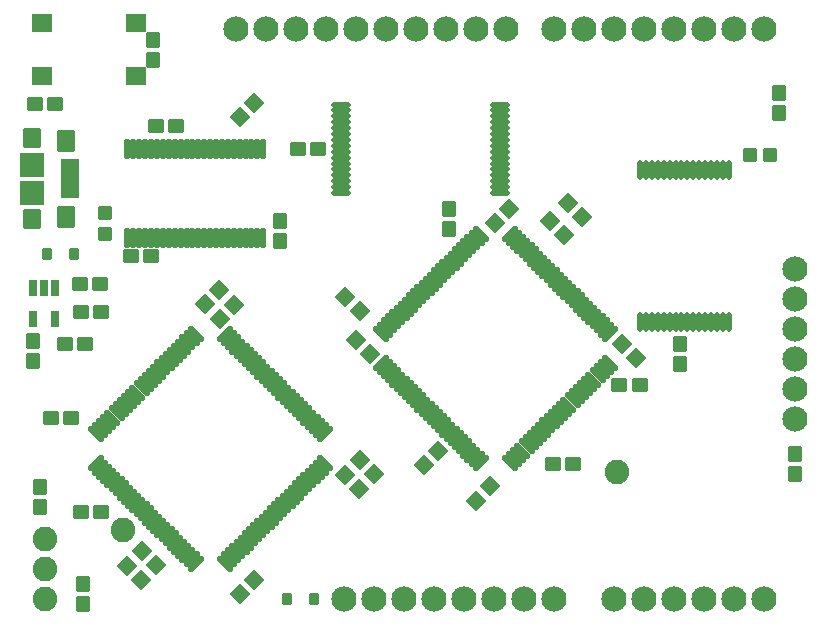
<source format=gbr>
%TF.GenerationSoftware,KiCad,Pcbnew,9.0.6*%
%TF.CreationDate,2025-12-24T16:29:09-05:00*%
%TF.ProjectId,BrainFuino,42726169-6e46-4756-996e-6f2e6b696361,rev?*%
%TF.SameCoordinates,Original*%
%TF.FileFunction,Soldermask,Top*%
%TF.FilePolarity,Negative*%
%FSLAX46Y46*%
G04 Gerber Fmt 4.6, Leading zero omitted, Abs format (unit mm)*
G04 Created by KiCad (PCBNEW 9.0.6) date 2025-12-24 16:29:09*
%MOMM*%
%LPD*%
G01*
G04 APERTURE LIST*
G04 Aperture macros list*
%AMRoundRect*
0 Rectangle with rounded corners*
0 $1 Rounding radius*
0 $2 $3 $4 $5 $6 $7 $8 $9 X,Y pos of 4 corners*
0 Add a 4 corners polygon primitive as box body*
4,1,4,$2,$3,$4,$5,$6,$7,$8,$9,$2,$3,0*
0 Add four circle primitives for the rounded corners*
1,1,$1+$1,$2,$3*
1,1,$1+$1,$4,$5*
1,1,$1+$1,$6,$7*
1,1,$1+$1,$8,$9*
0 Add four rect primitives between the rounded corners*
20,1,$1+$1,$2,$3,$4,$5,0*
20,1,$1+$1,$4,$5,$6,$7,0*
20,1,$1+$1,$6,$7,$8,$9,0*
20,1,$1+$1,$8,$9,$2,$3,0*%
G04 Aperture macros list end*
%ADD10RoundRect,0.101600X0.500000X-0.550000X0.500000X0.550000X-0.500000X0.550000X-0.500000X-0.550000X0*%
%ADD11RoundRect,0.101600X-0.550000X-0.500000X0.550000X-0.500000X0.550000X0.500000X-0.550000X0.500000X0*%
%ADD12RoundRect,0.101600X0.114300X-0.711200X0.114300X0.711200X-0.114300X0.711200X-0.114300X-0.711200X0*%
%ADD13RoundRect,0.101600X-0.500000X0.550000X-0.500000X-0.550000X0.500000X-0.550000X0.500000X0.550000X0*%
%ADD14RoundRect,0.180480X0.421120X-0.421120X0.421120X0.421120X-0.421120X0.421120X-0.421120X-0.421120X0*%
%ADD15RoundRect,0.101600X0.550000X0.500000X-0.550000X0.500000X-0.550000X-0.500000X0.550000X-0.500000X0*%
%ADD16RoundRect,0.101600X-0.711200X-0.114300X0.711200X-0.114300X0.711200X0.114300X-0.711200X0.114300X0*%
%ADD17RoundRect,0.101600X0.742462X-0.035355X-0.035355X0.742462X-0.742462X0.035355X0.035355X-0.742462X0*%
%ADD18RoundRect,0.101600X-0.035355X-0.742462X0.742462X0.035355X0.035355X0.742462X-0.742462X-0.035355X0*%
%ADD19RoundRect,0.101600X0.035355X0.742462X-0.742462X-0.035355X-0.035355X-0.742462X0.742462X0.035355X0*%
%ADD20RoundRect,0.101600X-0.315000X-0.415000X0.315000X-0.415000X0.315000X0.415000X-0.315000X0.415000X0*%
%ADD21RoundRect,0.101600X-0.698500X0.228600X-0.698500X-0.228600X0.698500X-0.228600X0.698500X0.228600X0*%
%ADD22RoundRect,0.101600X-0.698500X-0.800100X0.698500X-0.800100X0.698500X0.800100X-0.698500X0.800100X0*%
%ADD23RoundRect,0.101600X-0.673100X0.723900X-0.673100X-0.723900X0.673100X-0.723900X0.673100X0.723900X0*%
%ADD24RoundRect,0.101600X-0.952500X0.952500X-0.952500X-0.952500X0.952500X-0.952500X0.952500X0.952500X0*%
%ADD25RoundRect,0.101600X0.275000X0.600000X-0.275000X0.600000X-0.275000X-0.600000X0.275000X-0.600000X0*%
%ADD26RoundRect,0.101600X-0.742462X0.035355X0.035355X-0.742462X0.742462X-0.035355X-0.035355X0.742462X0*%
%ADD27C,2.082800*%
%ADD28RoundRect,0.180480X-0.421120X-0.421120X0.421120X-0.421120X0.421120X0.421120X-0.421120X0.421120X0*%
%ADD29RoundRect,0.101600X-0.150000X0.725000X-0.150000X-0.725000X0.150000X-0.725000X0.150000X0.725000X0*%
%ADD30RoundRect,0.101600X0.775000X-0.650000X0.775000X0.650000X-0.775000X0.650000X-0.775000X-0.650000X0*%
%ADD31RoundRect,0.101600X0.627557X-0.415425X-0.415425X0.627557X-0.627557X0.415425X0.415425X-0.627557X0*%
%ADD32RoundRect,0.101600X0.415425X0.627557X-0.627557X-0.415425X-0.415425X-0.627557X0.627557X0.415425X0*%
%ADD33C,2.133600*%
%ADD34RoundRect,0.101600X-0.415425X-0.627557X0.627557X0.415425X0.415425X0.627557X-0.627557X-0.415425X0*%
G04 APERTURE END LIST*
D10*
%TO.C,R3*%
X119965100Y-129602600D03*
X119965100Y-127902600D03*
%TD*%
D11*
%TO.C,C9*%
X126100100Y-89128600D03*
X127800100Y-89128600D03*
%TD*%
D12*
%TO.C,IC2*%
X167103100Y-105727500D03*
X167603100Y-105727500D03*
X168103100Y-105727500D03*
X168603100Y-105727500D03*
X169103100Y-105727500D03*
X169603100Y-105727500D03*
X170103100Y-105727500D03*
X170603100Y-105727500D03*
X171103100Y-105727500D03*
X171603100Y-105727500D03*
X172103100Y-105727500D03*
X172603100Y-105727500D03*
X173103100Y-105727500D03*
X173603100Y-105727500D03*
X174103100Y-105727500D03*
X174603100Y-105727500D03*
X174603100Y-92849700D03*
X174103100Y-92849700D03*
X173603100Y-92849700D03*
X173103100Y-92849700D03*
X172603100Y-92849700D03*
X172103100Y-92849700D03*
X171603100Y-92849700D03*
X171103100Y-92849700D03*
X170603100Y-92849700D03*
X170103100Y-92849700D03*
X169603100Y-92849700D03*
X169103100Y-92849700D03*
X168603100Y-92849700D03*
X168103100Y-92849700D03*
X167603100Y-92849700D03*
X167103100Y-92849700D03*
%TD*%
D11*
%TO.C,R6*%
X119761900Y-121767600D03*
X121461900Y-121767600D03*
%TD*%
D10*
%TO.C,C4*%
X125895100Y-83501600D03*
X125895100Y-81801600D03*
%TD*%
D13*
%TO.C,R4*%
X180251100Y-116853600D03*
X180251100Y-118553600D03*
%TD*%
D14*
%TO.C,D3*%
X178130900Y-91567000D03*
X176376900Y-91567000D03*
%TD*%
D15*
%TO.C,R1*%
X117601100Y-87223600D03*
X115901100Y-87223600D03*
%TD*%
D16*
%TO.C,IC3*%
X141757400Y-87283600D03*
X141757400Y-87783600D03*
X141757400Y-88283600D03*
X141757400Y-88783600D03*
X141757400Y-89283600D03*
X141757400Y-89783600D03*
X141757400Y-90283600D03*
X141757400Y-90783600D03*
X141757400Y-91283600D03*
X141757400Y-91783600D03*
X141757400Y-92283600D03*
X141757400Y-92783600D03*
X141757400Y-93283600D03*
X141757400Y-93783600D03*
X141757400Y-94283600D03*
X141757400Y-94783600D03*
X155244800Y-94783600D03*
X155244800Y-94283600D03*
X155244800Y-93783600D03*
X155244800Y-93283600D03*
X155244800Y-92783600D03*
X155244800Y-92283600D03*
X155244800Y-91783600D03*
X155244800Y-91283600D03*
X155244800Y-90783600D03*
X155244800Y-90283600D03*
X155244800Y-89783600D03*
X155244800Y-89283600D03*
X155244800Y-88783600D03*
X155244800Y-88283600D03*
X155244800Y-87783600D03*
X155244800Y-87283600D03*
%TD*%
D11*
%TO.C,C8*%
X119750100Y-104876600D03*
X121450100Y-104876600D03*
%TD*%
D17*
%TO.C,C20*%
X144276141Y-108424041D03*
X143074059Y-107221959D03*
%TD*%
D15*
%TO.C,C28*%
X125717300Y-100076000D03*
X124017300Y-100076000D03*
%TD*%
D18*
%TO.C,C10*%
X133207059Y-88332641D03*
X134409141Y-87130559D03*
%TD*%
D19*
%TO.C,C15*%
X134409141Y-127516559D03*
X133207059Y-128718641D03*
%TD*%
D20*
%TO.C,D1*%
X119171100Y-99923600D03*
X116871100Y-99923600D03*
%TD*%
D21*
%TO.C,J1*%
X118859300Y-92269000D03*
X118859300Y-92919000D03*
X118859300Y-93569000D03*
X118859300Y-94219000D03*
X118859300Y-94869000D03*
D22*
X118478300Y-90368600D03*
X118478300Y-96769400D03*
D23*
X115633500Y-90144000D03*
X115633500Y-96994000D03*
D24*
X115633500Y-92369000D03*
X115633500Y-94769000D03*
%TD*%
D18*
%TO.C,C17*%
X131556059Y-105477641D03*
X132758141Y-104275559D03*
%TD*%
D15*
%TO.C,C27*%
X139865100Y-91033600D03*
X138165100Y-91033600D03*
%TD*%
D25*
%TO.C,IC6*%
X117574100Y-102814500D03*
X116624100Y-102814500D03*
X115674100Y-102814500D03*
X115674100Y-105414700D03*
X117574100Y-105414700D03*
%TD*%
D19*
%TO.C,C7*%
X155999141Y-96147559D03*
X154797059Y-97349641D03*
%TD*%
D26*
%TO.C,C11*%
X143367059Y-117356559D03*
X144569141Y-118558641D03*
%TD*%
D27*
%TO.C,J2*%
X116751100Y-129133600D03*
X116751100Y-126593600D03*
X116751100Y-124053600D03*
%TD*%
D10*
%TO.C,R5*%
X178828700Y-88022800D03*
X178828700Y-86322800D03*
%TD*%
D19*
%TO.C,C21*%
X149991141Y-116594559D03*
X148789059Y-117796641D03*
%TD*%
D13*
%TO.C,R2*%
X116282100Y-119647600D03*
X116282100Y-121347600D03*
%TD*%
D26*
%TO.C,C25*%
X165553059Y-107577559D03*
X166755141Y-108779641D03*
%TD*%
%TO.C,C19*%
X159457059Y-97163559D03*
X160659141Y-98365641D03*
%TD*%
D28*
%TO.C,D4*%
X121831100Y-98260600D03*
X121831100Y-96506600D03*
%TD*%
D29*
%TO.C,IC5*%
X135201100Y-91068600D03*
X134701100Y-91068600D03*
X134201100Y-91068600D03*
X133701100Y-91068600D03*
X133201100Y-91068600D03*
X132701100Y-91068600D03*
X132201100Y-91068600D03*
X131701100Y-91068600D03*
X131201100Y-91068600D03*
X130701100Y-91068600D03*
X130201100Y-91068600D03*
X129701100Y-91068600D03*
X129201100Y-91068600D03*
X128701100Y-91068600D03*
X128201100Y-91068600D03*
X127701100Y-91068600D03*
X127201100Y-91068600D03*
X126701100Y-91068600D03*
X126201100Y-91068600D03*
X125701100Y-91068600D03*
X125201100Y-91068600D03*
X124701100Y-91068600D03*
X124201100Y-91068600D03*
X123701100Y-91068600D03*
X123701100Y-98618600D03*
X124201100Y-98618600D03*
X124701100Y-98618600D03*
X125201100Y-98618600D03*
X125701100Y-98618600D03*
X126201100Y-98618600D03*
X126701100Y-98618600D03*
X127201100Y-98618600D03*
X127701100Y-98618600D03*
X128201100Y-98618600D03*
X128701100Y-98618600D03*
X129201100Y-98618600D03*
X129701100Y-98618600D03*
X130201100Y-98618600D03*
X130701100Y-98618600D03*
X131201100Y-98618600D03*
X131701100Y-98618600D03*
X132201100Y-98618600D03*
X132701100Y-98618600D03*
X133201100Y-98618600D03*
X133701100Y-98618600D03*
X134201100Y-98618600D03*
X134701100Y-98618600D03*
X135201100Y-98618600D03*
%TD*%
D20*
%TO.C,D2*%
X139491100Y-129133600D03*
X137191100Y-129133600D03*
%TD*%
D13*
%TO.C,C29*%
X136602100Y-97168600D03*
X136602100Y-98868600D03*
%TD*%
D30*
%TO.C,S1*%
X116459100Y-84901600D03*
X124409100Y-84901600D03*
X116459100Y-80401600D03*
X124409100Y-80401600D03*
%TD*%
D31*
%TO.C,IC1*%
X156080052Y-117638833D03*
X156433605Y-117285280D03*
X156787158Y-116931726D03*
X157140712Y-116578173D03*
X157494265Y-116224619D03*
X157847819Y-115871066D03*
X158201372Y-115517513D03*
X158554925Y-115163959D03*
X158908479Y-114810406D03*
X159262032Y-114456852D03*
X159615585Y-114103299D03*
X159969139Y-113749746D03*
X160322692Y-113396192D03*
X160676246Y-113042639D03*
X161029799Y-112689085D03*
X161383352Y-112335532D03*
X161736906Y-111981979D03*
X162090459Y-111628425D03*
X162444013Y-111274872D03*
X162797566Y-110921319D03*
X163151119Y-110567765D03*
X163504673Y-110214212D03*
X163858226Y-109860658D03*
X164211780Y-109507105D03*
X164565333Y-109153552D03*
D32*
X164565333Y-106695648D03*
X164211780Y-106342095D03*
X163858226Y-105988542D03*
X163504673Y-105634988D03*
X163151119Y-105281435D03*
X162797566Y-104927881D03*
X162444013Y-104574328D03*
X162090459Y-104220775D03*
X161736906Y-103867221D03*
X161383352Y-103513668D03*
X161029799Y-103160115D03*
X160676246Y-102806561D03*
X160322692Y-102453008D03*
X159969139Y-102099454D03*
X159615585Y-101745901D03*
X159262032Y-101392348D03*
X158908479Y-101038794D03*
X158554925Y-100685241D03*
X158201372Y-100331687D03*
X157847819Y-99978134D03*
X157494265Y-99624581D03*
X157140712Y-99271027D03*
X156787158Y-98917474D03*
X156433605Y-98563920D03*
X156080052Y-98210367D03*
D31*
X153622148Y-98210367D03*
X153268595Y-98563920D03*
X152915042Y-98917474D03*
X152561488Y-99271027D03*
X152207935Y-99624581D03*
X151854381Y-99978134D03*
X151500828Y-100331687D03*
X151147275Y-100685241D03*
X150793721Y-101038794D03*
X150440168Y-101392348D03*
X150086615Y-101745901D03*
X149733061Y-102099454D03*
X149379508Y-102453008D03*
X149025954Y-102806561D03*
X148672401Y-103160115D03*
X148318848Y-103513668D03*
X147965294Y-103867221D03*
X147611741Y-104220775D03*
X147258187Y-104574328D03*
X146904634Y-104927881D03*
X146551081Y-105281435D03*
X146197527Y-105634988D03*
X145843974Y-105988542D03*
X145490420Y-106342095D03*
X145136867Y-106695648D03*
D32*
X145136867Y-109153552D03*
X145490420Y-109507105D03*
X145843974Y-109860658D03*
X146197527Y-110214212D03*
X146551081Y-110567765D03*
X146904634Y-110921319D03*
X147258187Y-111274872D03*
X147611741Y-111628425D03*
X147965294Y-111981979D03*
X148318848Y-112335532D03*
X148672401Y-112689085D03*
X149025954Y-113042639D03*
X149379508Y-113396192D03*
X149733061Y-113749746D03*
X150086615Y-114103299D03*
X150440168Y-114456852D03*
X150793721Y-114810406D03*
X151147275Y-115163959D03*
X151500828Y-115517513D03*
X151854381Y-115871066D03*
X152207935Y-116224619D03*
X152561488Y-116578173D03*
X152915042Y-116931726D03*
X153268595Y-117285280D03*
X153622148Y-117638833D03*
%TD*%
D13*
%TO.C,C26*%
X170511100Y-107582600D03*
X170511100Y-109282600D03*
%TD*%
D26*
%TO.C,C3*%
X160981059Y-95639559D03*
X162183141Y-96841641D03*
%TD*%
D17*
%TO.C,C13*%
X124884141Y-127575641D03*
X123682059Y-126373559D03*
%TD*%
D26*
%TO.C,C16*%
X142097059Y-118626559D03*
X143299141Y-119828641D03*
%TD*%
D27*
%TO.C,NRST0*%
X123329700Y-123317000D03*
%TD*%
D11*
%TO.C,C1*%
X119711100Y-102463600D03*
X121411100Y-102463600D03*
%TD*%
%TO.C,C2*%
X118441100Y-107543600D03*
X120141100Y-107543600D03*
%TD*%
D17*
%TO.C,C6*%
X143361741Y-104741041D03*
X142159659Y-103538959D03*
%TD*%
D33*
%TO.C,B1*%
X149631093Y-129133600D03*
X152171093Y-129133600D03*
X169951093Y-129133600D03*
X164871093Y-129133600D03*
X137947093Y-80873600D03*
X154711093Y-129133600D03*
X157251093Y-129133600D03*
X140487093Y-80873600D03*
X180251099Y-113943612D03*
X155727093Y-80873600D03*
X153187093Y-80873600D03*
X150647093Y-80873600D03*
X148107093Y-80873600D03*
X145567093Y-80873600D03*
X143027093Y-80873600D03*
X135407093Y-80873600D03*
X132867093Y-80873600D03*
X172491093Y-129133600D03*
X175031093Y-129133600D03*
X144551093Y-129133600D03*
X142011093Y-129133600D03*
X167411093Y-129133600D03*
X177571093Y-80873600D03*
X175031093Y-80873600D03*
X172491093Y-80873600D03*
X169951093Y-80873600D03*
X167411093Y-80873600D03*
X164871093Y-80873600D03*
X162331093Y-80873600D03*
X159791093Y-80873600D03*
X177571093Y-129133600D03*
X147091093Y-129133600D03*
X180251099Y-103783613D03*
X180251099Y-108863612D03*
X180251099Y-111403612D03*
X180251099Y-106323612D03*
X180251099Y-101243613D03*
X159791093Y-129133600D03*
%TD*%
D15*
%TO.C,C14*%
X118910100Y-113842800D03*
X117210100Y-113842800D03*
%TD*%
D34*
%TO.C,IC4*%
X121006867Y-117662552D03*
X121360420Y-118016105D03*
X121713974Y-118369658D03*
X122067527Y-118723212D03*
X122421081Y-119076765D03*
X122774634Y-119430319D03*
X123128187Y-119783872D03*
X123481741Y-120137425D03*
X123835294Y-120490979D03*
X124188848Y-120844532D03*
X124542401Y-121198085D03*
X124895954Y-121551639D03*
X125249508Y-121905192D03*
X125603061Y-122258746D03*
X125956615Y-122612299D03*
X126310168Y-122965852D03*
X126663721Y-123319406D03*
X127017275Y-123672959D03*
X127370828Y-124026513D03*
X127724381Y-124380066D03*
X128077935Y-124733619D03*
X128431488Y-125087173D03*
X128785042Y-125440726D03*
X129138595Y-125794280D03*
X129492148Y-126147833D03*
D31*
X131950052Y-126147833D03*
X132303605Y-125794280D03*
X132657158Y-125440726D03*
X133010712Y-125087173D03*
X133364265Y-124733619D03*
X133717819Y-124380066D03*
X134071372Y-124026513D03*
X134424925Y-123672959D03*
X134778479Y-123319406D03*
X135132032Y-122965852D03*
X135485585Y-122612299D03*
X135839139Y-122258746D03*
X136192692Y-121905192D03*
X136546246Y-121551639D03*
X136899799Y-121198085D03*
X137253352Y-120844532D03*
X137606906Y-120490979D03*
X137960459Y-120137425D03*
X138314013Y-119783872D03*
X138667566Y-119430319D03*
X139021119Y-119076765D03*
X139374673Y-118723212D03*
X139728226Y-118369658D03*
X140081780Y-118016105D03*
X140435333Y-117662552D03*
D34*
X140435333Y-115204648D03*
X140081780Y-114851095D03*
X139728226Y-114497542D03*
X139374673Y-114143988D03*
X139021119Y-113790435D03*
X138667566Y-113436881D03*
X138314013Y-113083328D03*
X137960459Y-112729775D03*
X137606906Y-112376221D03*
X137253352Y-112022668D03*
X136899799Y-111669115D03*
X136546246Y-111315561D03*
X136192692Y-110962008D03*
X135839139Y-110608454D03*
X135485585Y-110254901D03*
X135132032Y-109901348D03*
X134778479Y-109547794D03*
X134424925Y-109194241D03*
X134071372Y-108840687D03*
X133717819Y-108487134D03*
X133364265Y-108133581D03*
X133010712Y-107780027D03*
X132657158Y-107426474D03*
X132303605Y-107072920D03*
X131950052Y-106719367D03*
D31*
X129492148Y-106719367D03*
X129138595Y-107072920D03*
X128785042Y-107426474D03*
X128431488Y-107780027D03*
X128077935Y-108133581D03*
X127724381Y-108487134D03*
X127370828Y-108840687D03*
X127017275Y-109194241D03*
X126663721Y-109547794D03*
X126310168Y-109901348D03*
X125956615Y-110254901D03*
X125603061Y-110608454D03*
X125249508Y-110962008D03*
X124895954Y-111315561D03*
X124542401Y-111669115D03*
X124188848Y-112022668D03*
X123835294Y-112376221D03*
X123481741Y-112729775D03*
X123128187Y-113083328D03*
X122774634Y-113436881D03*
X122421081Y-113790435D03*
X122067527Y-114143988D03*
X121713974Y-114497542D03*
X121360420Y-114851095D03*
X121006867Y-115204648D03*
%TD*%
D13*
%TO.C,C30*%
X115735100Y-107328600D03*
X115735100Y-109028600D03*
%TD*%
D27*
%TO.C,PL3C0*%
X165138100Y-118389400D03*
%TD*%
D18*
%TO.C,C12*%
X130286059Y-104207641D03*
X131488141Y-103005559D03*
%TD*%
D10*
%TO.C,C5*%
X150914100Y-97852600D03*
X150914100Y-96152600D03*
%TD*%
D18*
%TO.C,C22*%
X153183259Y-120819241D03*
X154385341Y-119617159D03*
%TD*%
D17*
%TO.C,C18*%
X126154141Y-126305641D03*
X124952059Y-125103559D03*
%TD*%
D11*
%TO.C,C23*%
X159716100Y-117703600D03*
X161416100Y-117703600D03*
%TD*%
%TO.C,C24*%
X165354900Y-111023400D03*
X167054900Y-111023400D03*
%TD*%
M02*

</source>
